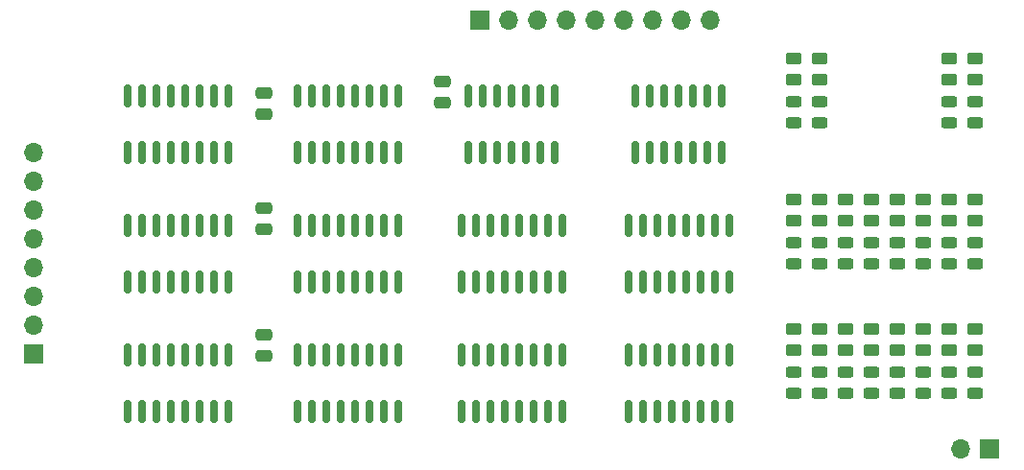
<source format=gbr>
%TF.GenerationSoftware,KiCad,Pcbnew,(6.0.0-0)*%
%TF.CreationDate,2022-03-19T19:47:00-04:00*%
%TF.ProjectId,interrupts,696e7465-7272-4757-9074-732e6b696361,rev?*%
%TF.SameCoordinates,Original*%
%TF.FileFunction,Soldermask,Top*%
%TF.FilePolarity,Negative*%
%FSLAX46Y46*%
G04 Gerber Fmt 4.6, Leading zero omitted, Abs format (unit mm)*
G04 Created by KiCad (PCBNEW (6.0.0-0)) date 2022-03-19 19:47:00*
%MOMM*%
%LPD*%
G01*
G04 APERTURE LIST*
G04 Aperture macros list*
%AMRoundRect*
0 Rectangle with rounded corners*
0 $1 Rounding radius*
0 $2 $3 $4 $5 $6 $7 $8 $9 X,Y pos of 4 corners*
0 Add a 4 corners polygon primitive as box body*
4,1,4,$2,$3,$4,$5,$6,$7,$8,$9,$2,$3,0*
0 Add four circle primitives for the rounded corners*
1,1,$1+$1,$2,$3*
1,1,$1+$1,$4,$5*
1,1,$1+$1,$6,$7*
1,1,$1+$1,$8,$9*
0 Add four rect primitives between the rounded corners*
20,1,$1+$1,$2,$3,$4,$5,0*
20,1,$1+$1,$4,$5,$6,$7,0*
20,1,$1+$1,$6,$7,$8,$9,0*
20,1,$1+$1,$8,$9,$2,$3,0*%
G04 Aperture macros list end*
%ADD10R,1.700000X1.700000*%
%ADD11O,1.700000X1.700000*%
%ADD12RoundRect,0.250000X0.450000X-0.262500X0.450000X0.262500X-0.450000X0.262500X-0.450000X-0.262500X0*%
%ADD13RoundRect,0.243750X-0.456250X0.243750X-0.456250X-0.243750X0.456250X-0.243750X0.456250X0.243750X0*%
%ADD14RoundRect,0.150000X0.150000X-0.825000X0.150000X0.825000X-0.150000X0.825000X-0.150000X-0.825000X0*%
%ADD15RoundRect,0.250000X0.475000X-0.250000X0.475000X0.250000X-0.475000X0.250000X-0.475000X-0.250000X0*%
%ADD16RoundRect,0.250000X-0.475000X0.250000X-0.475000X-0.250000X0.475000X-0.250000X0.475000X0.250000X0*%
G04 APERTURE END LIST*
D10*
%TO.C,J3*%
X183134000Y-125984000D03*
D11*
X180594000Y-125984000D03*
%TD*%
D12*
%TO.C,R3*%
X165862000Y-105814500D03*
X165862000Y-103989500D03*
%TD*%
%TO.C,R2*%
X179578000Y-93368500D03*
X179578000Y-91543500D03*
%TD*%
D13*
%TO.C,D14*%
X177292000Y-119204500D03*
X177292000Y-121079500D03*
%TD*%
D12*
%TO.C,R17*%
X181864000Y-105814500D03*
X181864000Y-103989500D03*
%TD*%
D14*
%TO.C,U3*%
X136525000Y-122617000D03*
X137795000Y-122617000D03*
X139065000Y-122617000D03*
X140335000Y-122617000D03*
X141605000Y-122617000D03*
X142875000Y-122617000D03*
X144145000Y-122617000D03*
X145415000Y-122617000D03*
X145415000Y-117667000D03*
X144145000Y-117667000D03*
X142875000Y-117667000D03*
X141605000Y-117667000D03*
X140335000Y-117667000D03*
X139065000Y-117667000D03*
X137795000Y-117667000D03*
X136525000Y-117667000D03*
%TD*%
D13*
%TO.C,D9*%
X172720000Y-107774500D03*
X172720000Y-109649500D03*
%TD*%
%TO.C,D20*%
X181864000Y-95328500D03*
X181864000Y-97203500D03*
%TD*%
D14*
%TO.C,U1*%
X137160000Y-99757000D03*
X138430000Y-99757000D03*
X139700000Y-99757000D03*
X140970000Y-99757000D03*
X142240000Y-99757000D03*
X143510000Y-99757000D03*
X144780000Y-99757000D03*
X144780000Y-94807000D03*
X143510000Y-94807000D03*
X142240000Y-94807000D03*
X140970000Y-94807000D03*
X139700000Y-94807000D03*
X138430000Y-94807000D03*
X137160000Y-94807000D03*
%TD*%
D13*
%TO.C,D18*%
X181864000Y-119204500D03*
X181864000Y-121079500D03*
%TD*%
%TO.C,D1*%
X165862000Y-95328500D03*
X165862000Y-97203500D03*
%TD*%
%TO.C,D12*%
X175006000Y-119204500D03*
X175006000Y-121079500D03*
%TD*%
%TO.C,D2*%
X179578000Y-95328500D03*
X179578000Y-97203500D03*
%TD*%
D15*
%TO.C,C4*%
X134874000Y-95438000D03*
X134874000Y-93538000D03*
%TD*%
D12*
%TO.C,R15*%
X179578000Y-105814500D03*
X179578000Y-103989500D03*
%TD*%
D13*
%TO.C,D8*%
X170434000Y-119204500D03*
X170434000Y-121079500D03*
%TD*%
D14*
%TO.C,U5*%
X151257000Y-122617000D03*
X152527000Y-122617000D03*
X153797000Y-122617000D03*
X155067000Y-122617000D03*
X156337000Y-122617000D03*
X157607000Y-122617000D03*
X158877000Y-122617000D03*
X160147000Y-122617000D03*
X160147000Y-117667000D03*
X158877000Y-117667000D03*
X157607000Y-117667000D03*
X156337000Y-117667000D03*
X155067000Y-117667000D03*
X153797000Y-117667000D03*
X152527000Y-117667000D03*
X151257000Y-117667000D03*
%TD*%
D13*
%TO.C,D16*%
X179578000Y-119204500D03*
X179578000Y-121079500D03*
%TD*%
%TO.C,D17*%
X181864000Y-107774500D03*
X181864000Y-109649500D03*
%TD*%
D12*
%TO.C,R6*%
X168148000Y-117244500D03*
X168148000Y-115419500D03*
%TD*%
%TO.C,R1*%
X165862000Y-93368500D03*
X165862000Y-91543500D03*
%TD*%
%TO.C,R16*%
X179578000Y-117244500D03*
X179578000Y-115419500D03*
%TD*%
D13*
%TO.C,D5*%
X168148000Y-107774500D03*
X168148000Y-109649500D03*
%TD*%
D14*
%TO.C,U2*%
X136525000Y-111187000D03*
X137795000Y-111187000D03*
X139065000Y-111187000D03*
X140335000Y-111187000D03*
X141605000Y-111187000D03*
X142875000Y-111187000D03*
X144145000Y-111187000D03*
X145415000Y-111187000D03*
X145415000Y-106237000D03*
X144145000Y-106237000D03*
X142875000Y-106237000D03*
X141605000Y-106237000D03*
X140335000Y-106237000D03*
X139065000Y-106237000D03*
X137795000Y-106237000D03*
X136525000Y-106237000D03*
%TD*%
D12*
%TO.C,R13*%
X177292000Y-105814500D03*
X177292000Y-103989500D03*
%TD*%
D14*
%TO.C,U10*%
X107061000Y-122617000D03*
X108331000Y-122617000D03*
X109601000Y-122617000D03*
X110871000Y-122617000D03*
X112141000Y-122617000D03*
X113411000Y-122617000D03*
X114681000Y-122617000D03*
X115951000Y-122617000D03*
X115951000Y-117667000D03*
X114681000Y-117667000D03*
X113411000Y-117667000D03*
X112141000Y-117667000D03*
X110871000Y-117667000D03*
X109601000Y-117667000D03*
X108331000Y-117667000D03*
X107061000Y-117667000D03*
%TD*%
D12*
%TO.C,R7*%
X170434000Y-105814500D03*
X170434000Y-103989500D03*
%TD*%
D13*
%TO.C,D15*%
X179578000Y-107774500D03*
X179578000Y-109649500D03*
%TD*%
D16*
%TO.C,C2*%
X119126000Y-94554000D03*
X119126000Y-96454000D03*
%TD*%
D12*
%TO.C,R5*%
X168148000Y-105814500D03*
X168148000Y-103989500D03*
%TD*%
%TO.C,R9*%
X172720000Y-105814500D03*
X172720000Y-103989500D03*
%TD*%
D13*
%TO.C,D3*%
X165862000Y-107774500D03*
X165862000Y-109649500D03*
%TD*%
%TO.C,D4*%
X165862000Y-119204500D03*
X165862000Y-121079500D03*
%TD*%
D14*
%TO.C,U8*%
X107061000Y-111187000D03*
X108331000Y-111187000D03*
X109601000Y-111187000D03*
X110871000Y-111187000D03*
X112141000Y-111187000D03*
X113411000Y-111187000D03*
X114681000Y-111187000D03*
X115951000Y-111187000D03*
X115951000Y-106237000D03*
X114681000Y-106237000D03*
X113411000Y-106237000D03*
X112141000Y-106237000D03*
X110871000Y-106237000D03*
X109601000Y-106237000D03*
X108331000Y-106237000D03*
X107061000Y-106237000D03*
%TD*%
D12*
%TO.C,R8*%
X170434000Y-117244500D03*
X170434000Y-115419500D03*
%TD*%
%TO.C,R10*%
X172720000Y-117244500D03*
X172720000Y-115419500D03*
%TD*%
%TO.C,R20*%
X181864000Y-93368500D03*
X181864000Y-91543500D03*
%TD*%
%TO.C,R4*%
X165862000Y-117244500D03*
X165862000Y-115419500D03*
%TD*%
D14*
%TO.C,U12*%
X122047000Y-99757000D03*
X123317000Y-99757000D03*
X124587000Y-99757000D03*
X125857000Y-99757000D03*
X127127000Y-99757000D03*
X128397000Y-99757000D03*
X129667000Y-99757000D03*
X130937000Y-99757000D03*
X130937000Y-94807000D03*
X129667000Y-94807000D03*
X128397000Y-94807000D03*
X127127000Y-94807000D03*
X125857000Y-94807000D03*
X124587000Y-94807000D03*
X123317000Y-94807000D03*
X122047000Y-94807000D03*
%TD*%
%TO.C,U6*%
X151892000Y-99757000D03*
X153162000Y-99757000D03*
X154432000Y-99757000D03*
X155702000Y-99757000D03*
X156972000Y-99757000D03*
X158242000Y-99757000D03*
X159512000Y-99757000D03*
X159512000Y-94807000D03*
X158242000Y-94807000D03*
X156972000Y-94807000D03*
X155702000Y-94807000D03*
X154432000Y-94807000D03*
X153162000Y-94807000D03*
X151892000Y-94807000D03*
%TD*%
D15*
%TO.C,C3*%
X119126000Y-117790000D03*
X119126000Y-115890000D03*
%TD*%
D13*
%TO.C,D19*%
X168148000Y-95328500D03*
X168148000Y-97203500D03*
%TD*%
%TO.C,D11*%
X175006000Y-107774500D03*
X175006000Y-109649500D03*
%TD*%
D12*
%TO.C,R19*%
X168111000Y-93368500D03*
X168111000Y-91543500D03*
%TD*%
D13*
%TO.C,D7*%
X170434000Y-107774500D03*
X170434000Y-109649500D03*
%TD*%
D14*
%TO.C,U7*%
X107061000Y-99757000D03*
X108331000Y-99757000D03*
X109601000Y-99757000D03*
X110871000Y-99757000D03*
X112141000Y-99757000D03*
X113411000Y-99757000D03*
X114681000Y-99757000D03*
X115951000Y-99757000D03*
X115951000Y-94807000D03*
X114681000Y-94807000D03*
X113411000Y-94807000D03*
X112141000Y-94807000D03*
X110871000Y-94807000D03*
X109601000Y-94807000D03*
X108331000Y-94807000D03*
X107061000Y-94807000D03*
%TD*%
D13*
%TO.C,D10*%
X172720000Y-119204500D03*
X172720000Y-121079500D03*
%TD*%
D14*
%TO.C,U4*%
X151257000Y-111187000D03*
X152527000Y-111187000D03*
X153797000Y-111187000D03*
X155067000Y-111187000D03*
X156337000Y-111187000D03*
X157607000Y-111187000D03*
X158877000Y-111187000D03*
X160147000Y-111187000D03*
X160147000Y-106237000D03*
X158877000Y-106237000D03*
X157607000Y-106237000D03*
X156337000Y-106237000D03*
X155067000Y-106237000D03*
X153797000Y-106237000D03*
X152527000Y-106237000D03*
X151257000Y-106237000D03*
%TD*%
%TO.C,U11*%
X122047000Y-122617000D03*
X123317000Y-122617000D03*
X124587000Y-122617000D03*
X125857000Y-122617000D03*
X127127000Y-122617000D03*
X128397000Y-122617000D03*
X129667000Y-122617000D03*
X130937000Y-122617000D03*
X130937000Y-117667000D03*
X129667000Y-117667000D03*
X128397000Y-117667000D03*
X127127000Y-117667000D03*
X125857000Y-117667000D03*
X124587000Y-117667000D03*
X123317000Y-117667000D03*
X122047000Y-117667000D03*
%TD*%
D13*
%TO.C,D6*%
X168148000Y-119204500D03*
X168148000Y-121079500D03*
%TD*%
D14*
%TO.C,U9*%
X122047000Y-111187000D03*
X123317000Y-111187000D03*
X124587000Y-111187000D03*
X125857000Y-111187000D03*
X127127000Y-111187000D03*
X128397000Y-111187000D03*
X129667000Y-111187000D03*
X130937000Y-111187000D03*
X130937000Y-106237000D03*
X129667000Y-106237000D03*
X128397000Y-106237000D03*
X127127000Y-106237000D03*
X125857000Y-106237000D03*
X124587000Y-106237000D03*
X123317000Y-106237000D03*
X122047000Y-106237000D03*
%TD*%
D15*
%TO.C,C1*%
X119126000Y-106614000D03*
X119126000Y-104714000D03*
%TD*%
D12*
%TO.C,R12*%
X175006000Y-117244500D03*
X175006000Y-115419500D03*
%TD*%
%TO.C,R14*%
X177292000Y-117244500D03*
X177292000Y-115419500D03*
%TD*%
%TO.C,R11*%
X175006000Y-105814500D03*
X175006000Y-103989500D03*
%TD*%
%TO.C,R18*%
X181864000Y-117244500D03*
X181864000Y-115419500D03*
%TD*%
D13*
%TO.C,D13*%
X177292000Y-107774500D03*
X177292000Y-109649500D03*
%TD*%
D10*
%TO.C,J1*%
X98806000Y-117602000D03*
D11*
X98806000Y-115062000D03*
X98806000Y-112522000D03*
X98806000Y-109982000D03*
X98806000Y-107442000D03*
X98806000Y-104902000D03*
X98806000Y-102362000D03*
X98806000Y-99822000D03*
%TD*%
D10*
%TO.C,J2*%
X138176000Y-88138000D03*
D11*
X140716000Y-88138000D03*
X143256000Y-88138000D03*
X145796000Y-88138000D03*
X148336000Y-88138000D03*
X150876000Y-88138000D03*
X153416000Y-88138000D03*
X155956000Y-88138000D03*
X158496000Y-88138000D03*
%TD*%
M02*

</source>
